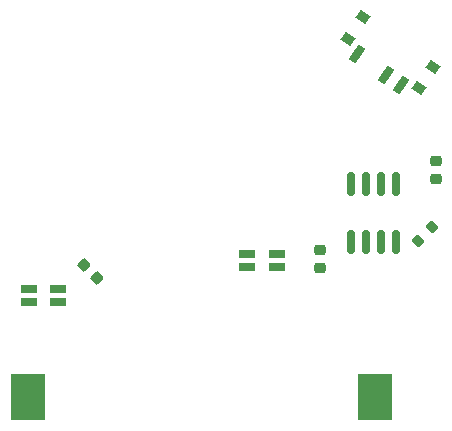
<source format=gbr>
%TF.GenerationSoftware,KiCad,Pcbnew,6.0.2+dfsg-1*%
%TF.CreationDate,2022-10-12T23:29:13+02:00*%
%TF.ProjectId,project_satan,70726f6a-6563-4745-9f73-6174616e2e6b,rev?*%
%TF.SameCoordinates,Original*%
%TF.FileFunction,Paste,Bot*%
%TF.FilePolarity,Positive*%
%FSLAX46Y46*%
G04 Gerber Fmt 4.6, Leading zero omitted, Abs format (unit mm)*
G04 Created by KiCad (PCBNEW 6.0.2+dfsg-1) date 2022-10-12 23:29:13*
%MOMM*%
%LPD*%
G01*
G04 APERTURE LIST*
G04 Aperture macros list*
%AMRoundRect*
0 Rectangle with rounded corners*
0 $1 Rounding radius*
0 $2 $3 $4 $5 $6 $7 $8 $9 X,Y pos of 4 corners*
0 Add a 4 corners polygon primitive as box body*
4,1,4,$2,$3,$4,$5,$6,$7,$8,$9,$2,$3,0*
0 Add four circle primitives for the rounded corners*
1,1,$1+$1,$2,$3*
1,1,$1+$1,$4,$5*
1,1,$1+$1,$6,$7*
1,1,$1+$1,$8,$9*
0 Add four rect primitives between the rounded corners*
20,1,$1+$1,$2,$3,$4,$5,0*
20,1,$1+$1,$4,$5,$6,$7,0*
20,1,$1+$1,$6,$7,$8,$9,0*
20,1,$1+$1,$8,$9,$2,$3,0*%
%AMRotRect*
0 Rectangle, with rotation*
0 The origin of the aperture is its center*
0 $1 length*
0 $2 width*
0 $3 Rotation angle, in degrees counterclockwise*
0 Add horizontal line*
21,1,$1,$2,0,0,$3*%
G04 Aperture macros list end*
%ADD10RoundRect,0.225000X-0.250000X0.225000X-0.250000X-0.225000X0.250000X-0.225000X0.250000X0.225000X0*%
%ADD11RoundRect,0.035000X0.665000X0.315000X-0.665000X0.315000X-0.665000X-0.315000X0.665000X-0.315000X0*%
%ADD12RotRect,1.000000X0.800000X325.000000*%
%ADD13RotRect,0.700000X1.500000X325.000000*%
%ADD14RoundRect,0.150000X0.150000X-0.825000X0.150000X0.825000X-0.150000X0.825000X-0.150000X-0.825000X0*%
%ADD15RoundRect,0.200000X-0.053033X0.335876X-0.335876X0.053033X0.053033X-0.335876X0.335876X-0.053033X0*%
%ADD16RoundRect,0.225000X0.335876X0.017678X0.017678X0.335876X-0.335876X-0.017678X-0.017678X-0.335876X0*%
%ADD17R,3.000000X4.000000*%
G04 APERTURE END LIST*
D10*
%TO.C,C1*%
X104225000Y-54100000D03*
X104225000Y-55650000D03*
%TD*%
D11*
%TO.C,D2*%
X69750000Y-64950000D03*
X69750000Y-66050000D03*
X72250000Y-66050000D03*
X72250000Y-64950000D03*
%TD*%
%TO.C,D1*%
X88250000Y-61950000D03*
X88250000Y-63050000D03*
X90750000Y-63050000D03*
X90750000Y-61950000D03*
%TD*%
D10*
%TO.C,C2*%
X94375000Y-61625000D03*
X94375000Y-63175000D03*
%TD*%
D12*
%TO.C,SW1*%
X104010119Y-46122167D03*
X96762705Y-43745385D03*
X98030309Y-41935059D03*
X102742515Y-47932493D03*
D13*
X97536694Y-45080840D03*
X99994150Y-46801570D03*
X101222878Y-47661934D03*
%TD*%
D14*
%TO.C,U1*%
X100855000Y-60975000D03*
X99585000Y-60975000D03*
X98315000Y-60975000D03*
X97045000Y-60975000D03*
X97045000Y-56025000D03*
X98315000Y-56025000D03*
X99585000Y-56025000D03*
X100855000Y-56025000D03*
%TD*%
D15*
%TO.C,R1*%
X103883363Y-59716637D03*
X102716637Y-60883363D03*
%TD*%
D16*
%TO.C,C4*%
X75548008Y-64048008D03*
X74451992Y-62951992D03*
%TD*%
D17*
%TO.C,BT1*%
X99080000Y-74100000D03*
X69720000Y-74100000D03*
%TD*%
M02*

</source>
